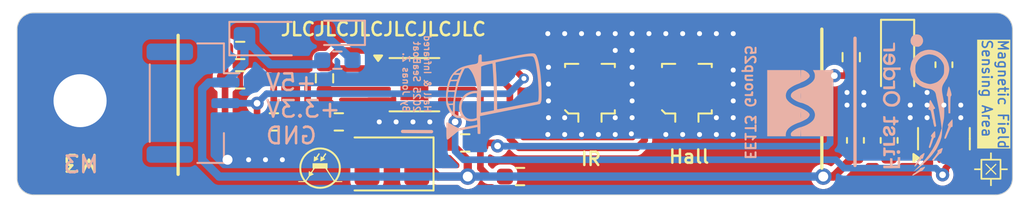
<source format=kicad_pcb>
(kicad_pcb (version 20241229) (generator "pcbnew") (generator_version "9.0")
  (layers (0 "F.Cu" signal) (2 "B.Cu" signal) (13 "F.Paste" user) (15 "B.Paste" user) (5 "F.SilkS" user "F.Silkscreen") (7 "B.SilkS" user "B.Silkscreen") (1 "F.Mask" user) (3 "B.Mask" user) (25 "Edge.Cuts" user))
  (net 0 "")
  (net 1 "+5V")
  (net 2 "GND")
  (net 3 "Hall I{slash}O")
  (net 4 "IR I{slash}O")
  (net 5 "+3.3V")
  (net 6 "Net-(Q1-E)")
  (net 7 "Net-(U1-OUTPUT)")
  (net 8 "Net-(U2A-+)")
  (net 9 "Net-(U2A--)")
  (net 10 "Net-(U2B--)")
  (net 11 "Net-(D2-A)")
  (footprint "Connector_Coaxial:U.FL_Molex_MCRF_73412-0110_Vertical" (layer "F.Cu") (at 57.924 36.224 180)
    (property "Reference" "J3" (hide yes))
    (property "Value" "Conn_01x02_Socket" (hide yes))
    (pad "1" smd roundrect (at 0 1.5) (size 1 1) (layers "F.Cu" "F.Mask" "F.Paste") (roundrect_rratio 0.1) (net 4 "IR I{slash}O"))
    (pad "2" smd roundrect (at -1.475 0) (size 1.05 2.2) (layers "F.Cu" "F.Mask" "F.Paste") (roundrect_rratio 0.1) (net 2 "GND"))
    (pad "2" smd roundrect (at 0 -1.5) (size 1 1) (layers "F.Cu" "F.Mask" "F.Paste") (roundrect_rratio 0.1) (net 2 "GND"))
    (pad "2" smd roundrect (at 1.475 0) (size 1.05 2.2) (layers "F.Cu" "F.Mask" "F.Paste") (roundrect_rratio 0.1) (net 2 "GND"))
  )
  (footprint "Resistor_SMD:R_0603_1608Metric_Pad0.98x0.95mm_HandSolder" (layer "F.Cu") (at 38.874 38.232 180)
    (property "Reference" "R7" (hide yes))
    (property "Value" "5.6k" (hide yes))
    (pad "1" smd roundrect (at -0.9125 0 180) (size 0.975 0.95) (layers "F.Cu" "F.Mask" "F.Paste") (net 9 "Net-(U2A--)"))
    (pad "2" smd roundrect (at 0.9125 0 180) (size 0.975 0.95) (layers "F.Cu" "F.Mask" "F.Paste") (net 5 "+3.3V"))
  )
  (footprint "Resistor_SMD:R_0603_1608Metric_Pad0.98x0.95mm_HandSolder" (layer "F.Cu") (at 42.7875 38.232 180)
    (property "Reference" "R8" (hide yes))
    (property "Value" "3k" (hide yes))
    (pad "1" smd roundrect (at -0.9125 0 180) (size 0.975 0.95) (layers "F.Cu" "F.Mask" "F.Paste") (net 2 "GND"))
    (pad "2" smd roundrect (at 0.9125 0 180) (size 0.975 0.95) (layers "F.Cu" "F.Mask" "F.Paste") (net 9 "Net-(U2A--)"))
  )
  (footprint "Resistor_SMD:R_0603_1608Metric_Pad0.98x0.95mm_HandSolder" (layer "F.Cu") (at 36.842 33.914)
    (property "Reference" "R3" (hide yes))
    (property "Value" "10k" (hide yes))
    (pad "1" smd roundrect (at -0.9125 0) (size 0.975 0.95) (layers "F.Cu" "F.Mask" "F.Paste") (net 6 "Net-(Q1-E)"))
    (pad "2" smd roundrect (at 0.9125 0) (size 0.975 0.95) (layers "F.Cu" "F.Mask" "F.Paste") (net 2 "GND"))
  )
  (footprint "Capacitor_SMD:C_0603_1608Metric_Pad1.08x0.95mm_HandSolder" (layer "F.Cu") (at 79.26 34.7765 -90)
    (property "Reference" "C4" (hide yes))
    (property "Value" "100n" (hide yes))
    (pad "1" smd roundrect (at -0.8625 0 270) (size 1.075 0.95) (layers "F.Cu" "F.Mask" "F.Paste") (net 3 "Hall I{slash}O"))
    (pad "2" smd roundrect (at 0.8625 0 270) (size 1.075 0.95) (layers "F.Cu" "F.Mask" "F.Paste") (net 2 "GND"))
  )
  (footprint "Resistor_SMD:R_0603_1608Metric_Pad0.98x0.95mm_HandSolder" (layer "F.Cu") (at 41.92433 35.596379 90)
    (property "Reference" "R6" (hide yes))
    (property "Value" "66k" (hide yes))
    (pad "1" smd roundrect (at -0.9125 0 90) (size 0.975 0.95) (layers "F.Cu" "F.Mask" "F.Paste") (net 8 "Net-(U2A-+)"))
    (pad "2" smd roundrect (at 0.9125 0 90) (size 0.975 0.95) (layers "F.Cu" "F.Mask" "F.Paste") (net 4 "IR I{slash}O"))
  )
  (footprint "Package_SO:MSOP-8-1EP_3x3mm_P0.65mm_EP1.68x1.88mm" (layer "F.Cu") (at 47.344 35.984)
    (property "Reference" "U2" (hide yes))
    (property "Value" "LTC6081xMS8" (hide yes))
    (pad "1" smd roundrect (at -2.15 -0.975) (size 1.45 0.4) (layers "F.Cu" "F.Mask" "F.Paste") (net 4 "IR I{slash}O"))
    (pad "2" smd roundrect (at -2.15 -0.325) (size 1.45 0.4) (layers "F.Cu" "F.Mask" "F.Paste") (net 9 "Net-(U2A--)"))
    (pad "3" smd roundrect (at -2.15 0.325) (size 1.45 0.4) (layers "F.Cu" "F.Mask" "F.Paste") (net 8 "Net-(U2A-+)"))
    (pad "4" smd roundrect (at -2.15 0.975) (size 1.45 0.4) (layers "F.Cu" "F.Mask" "F.Paste") (net 2 "GND"))
    (pad "5" smd roundrect (at 2.15 0.975) (size 1.45 0.4) (layers "F.Cu" "F.Mask" "F.Paste") (net 7 "Net-(U1-OUTPUT)"))
    (pad "6" smd roundrect (at 2.15 0.325) (size 1.45 0.4) (layers "F.Cu" "F.Mask" "F.Paste") (net 10 "Net-(U2B--)"))
    (pad "7" smd roundrect (at 2.15 -0.325) (size 1.45 0.4) (layers "F.Cu" "F.Mask" "F.Paste") (net 3 "Hall I{slash}O"))
    (pad "8" smd roundrect (at 2.15 -0.975) (size 1.45 0.4) (layers "F.Cu" "F.Mask" "F.Paste") (net 5 "+3.3V"))
    (pad "9" smd rect (at 0 0) (size 1.68 1.88) (property pad_prop_heatsink) (layers "F.Cu" "F.Mask"))
  )
  (footprint "Resistor_SMD:R_0603_1608Metric_Pad0.98x0.95mm_HandSolder" (layer "F.Cu") (at 73.672 34.3185 -90)
    (property "Reference" "R4" (hide yes))
    (property "Value" "8.2k" (hide yes))
    (pad "1" smd roundrect (at -0.9125 0 270) (size 0.975 0.95) (layers "F.Cu" "F.Mask" "F.Paste") (net 3 "Hall I{slash}O"))
    (pad "2" smd roundrect (at 0.9125 0 270) (size 0.975 0.95) (layers "F.Cu" "F.Mask" "F.Paste") (net 10 "Net-(U2B--)"))
  )
  (footprint "KiCad Lib:phototransistor" (layer "F.Cu") (at 41.668 41.026 -90)
    (property "Reference" "G***" (hide yes))
    (property "Value" "LOGO" (hide yes))
  )
  (footprint "Diode_SMD:D_SOD-123" (layer "F.Cu") (at 76.466 34.422 -90)
    (property "Reference" "D1" (hide yes))
    (property "Value" "D_Zener_Filled (3.3V)" (hide yes))
    (pad "1" smd roundrect (at -1.65 0 270) (size 0.9 1.2) (layers "F.Cu" "F.Mask" "F.Paste") (net 3 "Hall I{slash}O"))
    (pad "2" smd roundrect (at 1.65 0 270) (size 0.9 1.2) (layers "F.Cu" "F.Mask" "F.Paste") (net 2 "GND"))
  )
  (footprint "Capacitor_SMD:C_0603_1608Metric_Pad1.08x0.95mm_HandSolder" (layer "F.Cu") (at 75.958 39.3485 90)
    (property "Reference" "C2" (hide yes))
    (property "Value" "100n" (hide yes))
    (pad "1" smd roundrect (at -0.8625 0 90) (size 1.075 0.95) (layers "F.Cu" "F.Mask" "F.Paste") (net 1 "+5V"))
    (pad "2" smd roundrect (at 0.8625 0 90) (size 1.075 0.95) (layers "F.Cu" "F.Mask" "F.Paste") (net 2 "GND"))
  )
  (footprint "MountingHole:MountingHole_3.2mm_M3_DIN965_Pad" (layer "F.Cu") (at 27.19 36.95)
    (property "Reference" "H1" (hide yes))
    (property "Value" "MountingHole_Pad" (hide yes))
    (pad "1" thru_hole circle (at 0 0) (size 5.6 5.6) (drill 3.2) (layers "*.Cu" "*.Mask") (net 2 "GND"))
  )
  (footprint "Resistor_SMD:R_0603_1608Metric_Pad0.98x0.95mm_HandSolder" (layer "F.Cu") (at 50.4075 39.502 180)
    (property "Reference" "R1" (hide yes))
    (property "Value" "5.1k" (hide yes))
    (pad "1" smd roundrect (at -0.9125 0 180) (size 0.975 0.95) (layers "F.Cu" "F.Mask" "F.Paste") (net 10 "Net-(U2B--)"))
    (pad "2" smd roundrect (at 0.9125 0 180) (size 0.975 0.95) (layers "F.Cu" "F.Mask" "F.Paste") (net 1 "+5V"))
  )
  (footprint "Package_TO_SOT_SMD:SOT-23" (layer "F.Cu") (at 79.26 39.248 90)
    (property "Reference" "U1" (hide yes))
    (property "Value" "SS49E" (hide yes))
    (pad "1" smd roundrect (at -0.9375 -0.95 90) (size 1.475 0.6) (layers "F.Cu" "F.Mask" "F.Paste") (net 1 "+5V"))
    (pad "2" smd roundrect (at -0.9375 0.95 90) (size 1.475 0.6) (layers "F.Cu" "F.Mask" "F.Paste") (net 7 "Net-(U1-OUTPUT)"))
    (pad "3" smd roundrect (at 0.9375 0 90) (size 1.475 0.6) (layers "F.Cu" "F.Mask" "F.Paste") (net 2 "GND"))
  )
  (footprint "Resistor_SMD:R_0603_1608Metric_Pad0.98x0.95mm_HandSolder" (layer "F.Cu") (at 36.842 35.692)
    (property "Reference" "R5" (hide yes))
    (property "Value" "3k" (hide yes))
    (pad "1" smd roundrect (at -0.9125 0) (size 0.975 0.95) (layers "F.Cu" "F.Mask" "F.Paste") (net 6 "Net-(Q1-E)"))
    (pad "2" smd roundrect (at 0.9125 0) (size 0.975 0.95) (layers "F.Cu" "F.Mask" "F.Paste") (net 8 "Net-(U2A-+)"))
  )
  (footprint "Capacitor_SMD:C_0603_1608Metric_Pad1.08x0.95mm_HandSolder" (layer "F.Cu") (at 73.926 39.3485 90)
    (property "Reference" "C1" (hide yes))
    (property "Value" "10u" (hide yes))
    (pad "1" smd roundrect (at -0.8625 0 90) (size 1.075 0.95) (layers "F.Cu" "F.Mask" "F.Paste") (net 1 "+5V"))
    (pad "2" smd roundrect (at 0.8625 0 90) (size 1.075 0.95) (layers "F.Cu" "F.Mask" "F.Paste") (net 2 "GND"))
  )
  (footprint "Resistor_SMD:R_0603_1608Metric_Pad0.98x0.95mm_HandSolder" (layer "F.Cu") (at 53.7095 41.534 180)
    (property "Reference" "R2" (hide yes))
    (property "Value" "5.1k" (hide yes))
    (pad "1" smd roundrect (at -0.9125 0 180) (size 0.975 0.95) (layers "F.Cu" "F.Mask" "F.Paste") (net 2 "GND"))
    (pad "2" smd roundrect (at 0.9125 0 180) (size 0.975 0.95) (layers "F.Cu" "F.Mask" "F.Paste") (net 10 "Net-(U2B--)"))
  )
  (footprint "Connector_Coaxial:U.FL_Molex_MCRF_73412-0110_Vertical" (layer "F.Cu") (at 63.766 36.224 180)
    (property "Reference" "J2" (hide yes))
    (property "Value" "Conn_01x02_Socket" (hide yes))
    (pad "1" smd roundrect (at 0 1.5) (size 1 1) (layers "F.Cu" "F.Mask" "F.Paste") (roundrect_rratio 0.1) (net 3 "Hall I{slash}O"))
    (pad "2" smd roundrect (at -1.475 0) (size 1.05 2.2) (layers "F.Cu" "F.Mask" "F.Paste") (roundrect_rratio 0.1) (net 2 "GND"))
    (pad "2" smd roundrect (at 0 -1.5) (size 1 1) (layers "F.Cu" "F.Mask" "F.Paste") (roundrect_rratio 0.1) (net 2 "GND"))
    (pad "2" smd roundrect (at 1.475 0) (size 1.05 2.2) (layers "F.Cu" "F.Mask" "F.Paste") (roundrect_rratio 0.1) (net 2 "GND"))
  )
  (footprint "KiCad Lib:hall_sensor" (layer "F.Cu") (at 82.1 41.1)
    (property "Reference" "G***" (hide yes))
    (property "Value" "LOGO" (hide yes))
  )
  (footprint "LED_SMD:LED_PLCC-2_3.4x3.0mm_KA" (layer "F.Cu") (at 45.986 40.772 180)
    (property "Reference" "Q1" (hide yes))
    (property "Value" "SFH320" (hide yes))
    (pad "1" smd roundrect (at -1.5 0 180) (size 1.5 2.6) (layers "F.Cu" "F.Mask" "F.Paste") (roundrect_rratio 0.1666666667) (net 1 "+5V"))
    (pad "2" smd roundrect (at 1.5 0 180) (size 1.5 2.6) (layers "F.Cu" "F.Mask" "F.Paste") (roundrect_rratio 0.1666666667) (net 6 "Net-(Q1-E)"))
  )
  (footprint "Connector_JST:JST_GH_BM03B-GHS-TBT_1x03-1MP_P1.25mm_Vertical" (layer "B.Cu") (at 34 37.1 -90)
    (property "Reference" "J1" (hide yes))
    (property "Value" "Conn_01x03_Socket" (hide yes))
    (pad "1" smd roundrect (at -1.25 -1.95 270) (size 0.6 1.7) (layers "B.Cu" "B.Mask" "B.Paste") (net 1 "+5V"))
    (pad "2" smd roundrect (at 0 -1.95 270) (size 0.6 1.7) (layers "B.Cu" "B.Mask" "B.Paste") (net 5 "+3.3V"))
    (pad "3" smd roundrect (at 1.25 -1.95 270) (size 0.6 1.7) (layers "B.Cu" "B.Mask" "B.Paste") (net 2 "GND"))
    (pad "MP" smd roundrect (at -3.1 1.4 270) (size 1 2.8) (layers "B.Cu" "B.Mask" "B.Paste"))
    (pad "MP" smd roundrect (at 3.1 1.4 270) (size 1 2.8) (layers "B.Cu" "B.Mask" "B.Paste"))
  )
  (footprint "Diode_SMD:D_SMF" (layer "B.Cu") (at 38.55 33.2)
    (property "Reference" "D9" (hide yes))
    (property "Value" "SMF5V0A" (hide yes))
    (pad "1" smd roundrect (at -1.45 0) (size 1.3 1.4) (layers "B.Cu" "B.Mask" "B.Paste") (roundrect_rratio 0.1923076923) (net 1 "+5V"))
    (pad "2" smd roundrect (at 1.45 0) (size 1.3 1.4) (layers "B.Cu" "B.Mask" "B.Paste") (roundrect_rratio 0.1923076923) (net 2 "GND"))
  )
  (footprint "LOGO" (layer "B.Cu") (at 77.8 37.2 90)
    (property "Reference" "G***" (hide yes))
    (property "Value" "LOGO" (hide yes))
  )
  (footprint "Resistor_SMD:R_0603_1608Metric_Pad0.98x0.95mm_HandSolder" (layer "B.Cu") (at 42.7 34.5)
    (property "Reference" "R9" (hide yes))
    (property "Value" "R")
    (pad "1" smd roundrect (at -0.9125 0) (size 0.975 0.95) (layers "B.Cu" "B.Mask" "B.Paste") (net 1 "+5V"))
    (pad "2" smd roundrect (at 0.9125 0) (size 0.975 0.95) (layers "B.Cu" "B.Mask" "B.Paste") (net 11 "Net-(D2-A)"))
  )
  (footprint "LOGO" (layer "B.Cu") (at 52.03728 36.84438 90)
    (property "Reference" "G***" (hide yes))
    (property "Value" "LOGO" (hide yes))
  )
  (footprint "LED_SMD:LED_0603_1608Metric_Pad1.05x0.95mm_HandSolder" (layer "B.Cu") (at 42.7 32.85 180)
    (property "Reference" "D2" (hide yes))
    (property "Value" "LED")
    (pad "1" smd roundrect (at -0.875 0 180) (size 1.05 0.95) (layers "B.Cu" "B.Mask" "B.Paste") (net 2 "GND"))
    (pad "2" smd roundrect (at 0.875 0 180) (size 1.05 0.95) (layers "B.Cu" "B.Mask" "B.Paste") (net 11 "Net-(D2-A)"))
  )
  (footprint "LOGO" (layer "B.Cu") (at 70.6 37.1 -90)
    (property "Reference" "G***" (hide yes))
    (property "Value" "LOGO" (hide yes))
  )
  (gr_line (start 33.1 33) (end 33.1 41.4) (stroke (width 0.2)) (layer "F.SilkS"))
  (gr_line (start 71.9 32.626) (end 71.9 41.026) (stroke (width 0.2)) (layer "F.SilkS"))
  (gr_line (start 73.9 33.175) (end 73.9 40.864737) (stroke (width 0.2)) (layer "B.SilkS"))
  (gr_line (start 46.629288 38.807511) (end 48.374578 38.820661) (stroke (width 0.2)) (layer "B.SilkS"))
  (gr_arc (start 24.394 42.638) (mid 23.686893 42.345107) (end 23.394 41.638) (stroke (width 0.05)) (layer "Edge.Cuts"))
  (gr_line (start 23.394 41.638) (end 23.394 32.638) (stroke (width 0.05)) (layer "Edge.Cuts"))
  (gr_arc (start 82.394 31.638) (mid 83.101107 31.930893) (end 83.394 32.638) (stroke (width 0.05)) (layer "Edge.Cuts"))
  (gr_line (start 82.394 42.638) (end 24.394 42.638) (stroke (width 0.05)) (layer "Edge.Cuts"))
  (gr_arc (start 83.394 41.638) (mid 83.101107 42.345107) (end 82.394 42.638) (stroke (width 0.05)) (layer "Edge.Cuts"))
  (gr_line (start 24.394 31.638) (end 82.394 31.638) (stroke (width 0.05)) (layer "Edge.Cuts"))
  (gr_line (start 83.394 32.638) (end 83.394 41.638) (stroke (width 0.05)) (layer "Edge.Cuts"))
  (gr_arc (start 23.394 32.638) (mid 23.686893 31.930893) (end 24.394 31.638) (stroke (width 0.05)) (layer "Edge.Cuts"))
  (gr_text "JLCJLCJLCJLCJLCJLC" (at 39.2 33.1 0) (layer "F.SilkS") (effects (font (size 0.8 0.8)) (justify left bottom)))
  (gr_text "Hall" (at 62.6 40.8 0) (layer "F.SilkS") (effects (font (size 0.8 0.8)) (justify left bottom)))
  (gr_text "Magnetic Field \nSensing Area" (at 81.5 33.2 270) (layer "F.SilkS" knockout) (effects (font (size 0.6 0.6) (thickness 0.1) (bold yes)) (justify left bottom)))
  (gr_text "M3\n" (at 26.1 40.1 180) (layer "F.SilkS") (effects (font (size 1 1)) (justify right bottom)))
  (gr_text "IR" (at 57.294 40.938 0) (layer "F.SilkS") (effects (font (size 0.8 0.8)) (justify left bottom)))
  (gr_text "+5V\n+3.3V\nGND" (at 38.3 39.65 0) (layer "B.SilkS") (effects (font (size 1 1)) (justify right bottom mirror)))
  (gr_text "EE1T3 Group25" (at 67.225 40.575 270) (layer "B.SilkS") (effects (font (size 0.6 0.6) (thickness 0.12) (bold yes)) (justify left bottom mirror)))
  (gr_text "M3\n" (at 26.1 41.4 0) (layer "B.SilkS") (effects (font (size 1 1)) (justify right bottom mirror)))
  (gr_text "Hall & Infrared\n2025 SeaBoat\nBy Jonas Z." (at 46.6 37.7 270) (layer "B.SilkS") (effects (font (size 0.4 0.4) (thickness 0.08) (bold yes)) (justify left bottom mirror)))
  (segment (start 72.603 41.534) (end 73.926 40.211) (width 0.5) (layer "F.Cu") (net 1))
  (segment (start 71.986707 41.534) (end 72.603 41.534) (width 0.5) (layer "F.Cu") (net 1))
  (segment (start 50.558 40.565) (end 49.495 39.502) (width 0.5) (layer "F.Cu") (net 1))
  (segment (start 75.958 40.211) (end 78.2845 40.211) (width 0.5) (layer "F.Cu") (net 1))
  (segment (start 50.558 41.534) (end 50.558 40.565) (width 0.5) (layer "F.Cu") (net 1))
  (segment (start 50.558 41.534) (end 48.756 41.534) (width 0.5) (layer "F.Cu") (net 1))
  (segment (start 73.926 40.211) (end 75.958 40.211) (width 0.5) (layer "F.Cu") (net 1))
  (segment (start 78.2845 40.211) (end 78.31 40.1855) (width 0.5) (layer "F.Cu") (net 1))
  (segment (start 48.756 41.534) (end 47.74 40.518) (width 0.5) (layer "F.Cu") (net 1))
  (via (at 71.986707 41.534) (size 1) (drill 0.6) (layers "F.Cu" "B.Cu") (net 1))
  (via (at 50.558 41.534) (size 1) (drill 0.6) (layers "F.Cu" "B.Cu") (net 1))
  (segment (start 34.55 40.512) (end 34.55 36.2514) (width 0.5) (layer "B.Cu") (net 1))
  (segment (start 34.55 36.2514) (end 34.9514 35.85) (width 0.5) (layer "B.Cu") (net 1))
  (segment (start 34.9514 35.85) (end 35.95 35.85) (width 0.5) (layer "B.Cu") (net 1))
  (segment (start 35.572 41.534) (end 34.55 40.512) (width 0.5) (layer "B.Cu") (net 1))
  (segment (start 37.1 34.7) (end 37.1 33.2) (width 0.5) (layer "B.Cu") (net 1))
  (segment (start 35.95 35.85) (end 37.1 34.7) (width 0.5) (layer "B.Cu") (net 1))
  (segment (start 37.1 33.2) (end 38.65 34.75) (width 0.5) (layer "B.Cu") (net 1))
  (segment (start 35.95 35.85) (end 35.9775 35.8225) (width 0.5) (layer "B.Cu") (net 1))
  (segment (start 41.5375 34.75) (end 41.7875 34.5) (width 0.5) (layer "B.Cu") (net 1))
  (segment (start 38.65 34.75) (end 41.5375 34.75) (width 0.5) (layer "B.Cu") (net 1))
  (segment (start 50.558 41.534) (end 35.572 41.534) (width 0.5) (layer "B.Cu") (net 1))
  (segment (start 71.986707 41.534) (end 50.558 41.534) (width 0.5) (layer "B.Cu") (net 1))
  (via (at 48.272 38.232) (size 0.6) (drill 0.3) (layers "F.Cu" "B.Cu") (net 2))
  (via (at 78.244 37.216) (size 0.6) (drill 0.3) (layers "F.Cu" "B.Cu") (net 2))
  (via (at 66.56 35.1) (size 0.6) (drill 0.3) (layers "F.Cu" "B.Cu") (net 2))
  (via (at 79.26 37.216) (size 0.6) (drill 0.3) (layers "F.Cu" "B.Cu") (net 2))
  (via (at 46.24 38.232) (size 0.6) (drill 0.3) (layers "F.Cu" "B.Cu") (net 2))
  (via (at 78.244 37.978) (size 0.6) (drill 0.3) (layers "F.Cu" "B.Cu") (net 2))
  (via (at 60.464 32.898) (size 0.6) (drill 0.3) (layers "F.Cu" "B.Cu") (net 2))
  (via (at 59.448 32.898) (size 0.6) (drill 0.3) (layers "F.Cu" "B.Cu") (net 2))
  (via (at 64.528 38.994) (size 0.6) (drill 0.3) (layers "F.Cu" "B.Cu") (net 2))
  (via (at 66.56 37.978) (size 0.6) (drill 0.3) (layers "F.Cu" "B.Cu") (net 2))
  (via (at 74.434 36.454) (size 0.6) (drill 0.3) (layers "F.Cu" "B.Cu") (net 2))
  (via (at 60.420235 38.951235) (size 0.6) (drill 0.3) (layers "F.Cu" "B.Cu") (net 2))
  (via (at 74.434 37.216) (size 0.6) (drill 0.3) (layers "F.Cu" "B.Cu") (net 2))
  (via (at 77.228 37.978) (size 0.6) (drill 0.3) (layers "F.Cu" "B.Cu") (net 2))
  (via (at 73.418 36.454) (size 0.6) (drill 0.3) (layers "F.Cu" "B.Cu") (net 2))
  (via (at 39.382 40.518) (size 0.6) (drill 0.3) (layers "F.Cu" "B.Cu") (net 2))
  (via (at 73.418 37.216) (size 0.6) (drill 0.3) (layers "F.Cu" "B.Cu") (net 2))
  (via (at 57.416 38.994) (size 0.6) (drill 0.3) (layers "F.Cu" "B.Cu") (net 2))
  (via (at 59.448 33.914) (size 0.6) (drill 0.3) (layers "F.Cu" "B.Cu") (net 2))
  (via (at 60.464 34.93) (size 0.6) (drill 0.3) (layers "F.Cu" "B.Cu") (net 2))
  (via (at 66.56 38.994) (size 0.6) (drill 0.3) (layers "F.Cu" "B.Cu") (net 2))
  (via (at 65.544 32.898) (size 0.6) (drill 0.3) (layers "F.Cu" "B.Cu") (net 2))
  (via (at 60.464 35.946) (size 0.6) (drill 0.3) (layers "F.Cu" "B.Cu") (net 2))
  (via (at 64.528 32.898) (size 0.6) (drill 0.3) (layers "F.Cu" "B.Cu") (net 2))
  (via (at 60.464 37.978) (size 0.6) (drill 0.3) (layers "F.Cu" "B.Cu") (net 2))
  (via (at 38.366 40.518) (size 0.6) (drill 0.3) (layers "F.Cu" "B.Cu") (net 2))
  (via (at 37.35 40.518) (size 0.6) (drill 0.3) (layers "F.Cu" "B.Cu") (net 2))
  (via (at 36.08 40.518) (size 1) (drill 0.6) (layers "F.Cu" "B.Cu") (net 2))
  (via (at 63.512 38.994) (size 0.6) (drill 0.3) (layers "F.Cu" "B.Cu") (net 2))
  (via (at 55.384 38.994) (size 0.6) (drill 0.3) (layers "F.Cu" "B.Cu") (net 2))
  (via (at 62.496 38.994) (size 0.6) (drill 0.3) (layers "F.Cu" "B.Cu") (net 2))
  (via (at 66.56 35.946) (size 0.6) (drill 0.3) (layers "F.Cu" "B.Cu") (net 2))
  (via (at 66.56 32.898) (size 0.6) (drill 0.3) (layers "F.Cu" "B.Cu") (net 2))
  (via (at 77.228 37.216) (size 0.6) (drill 0.3) (layers "F.Cu" "B.Cu") (net 2))
  (via (at 80.276 37.978) (size 0.6) (drill 0.3) (layers "F.Cu" "B.Cu") (net 2))
  (via (at 65.544 38.994) (size 0.6) (drill 0.3) (layers "F.Cu" "B.Cu") (net 2))
  (via (at 65.544 37.978) (size 0.6) (drill 0.3) (layers "F.Cu" "B.Cu") (net 2))
  (via (at 60.464 36.962) (size 0.6) (drill 0.3) (layers "F.Cu" "B.Cu") (net 2))
  (via (at 80.276 37.216) (size 0.6) (drill 0.3) (layers "F.Cu" "B.Cu") (net 2))
  (via (at 59.448 38.994) (size 0.6) (drill 0.3) (layers "F.Cu" "B.Cu") (net 2))
  (via (at 59.448 37.978) (size 0.6) (drill 0.3) (layers "F.Cu" "B.Cu") (net 2))
  (via (at 66.56 36.962) (size 0.6) (drill 0.3) (layers "F.Cu" "B.Cu") (net 2))
  (via (at 47.256 38.232) (size 0.6) (drill 0.3) (layers "F.Cu" "B.Cu") (net 2))
  (via (at 55.424 36.962) (size 0.6) (drill 0.3) (layers "F.Cu" "B.Cu") (net 2))
  (via (at 58.432 38.994) (size 0.6) (drill 0.3) (layers "F.Cu" "B.Cu") (net 2))
  (via (at 63.512 32.898) (size 0.6) (drill 0.3) (layers "F.Cu" "B.Cu") (net 2))
  (via (at 62.496 32.898) (size 0.6) (drill 0.3) (layers "F.Cu" "B.Cu") (net 2))
  (via (at 55.424 35.946) (size 0.6) (drill 0.3) (layers "F.Cu" "B.Cu") (net 2))
  (via (at 56.4 37.978) (size 0.6) (drill 0.3) (layers "F.Cu" "B.Cu") (net 2))
  (via (at 56.4 38.994) (size 0.6) (drill 0.3) (layers "F.Cu" "B.Cu") (net 2))
  (via (at 56.4 32.898) (size 0.6) (drill 0.3) (layers "F.Cu" "B.Cu") (net 2))
  (via (at 60.464 33.914) (size 0.6) (drill 0.3) (layers "F.Cu" "B.Cu") (net 2))
  (via (at 55.424 37.978) (size 0.6) (drill 0.3) (layers "F.Cu" "B.Cu") (net 2))
  (via (at 57.416 32.898) (size 0.6) (drill 0.3) (layers "F.Cu" "B.Cu") (net 2))
  (via (at 78.244 36.454) (size 0.6) (drill 0.3) (layers "F.Cu" "B.Cu") (net 2))
  (via (at 58.432 32.898) (size 0.6) (drill 0.3) (layers "F.Cu" "B.Cu") (net 2))
  (via (at 55.384 32.898) (size 0.6) (drill 0.3) (layers "F.Cu" "B.Cu") (net 2))
  (via (at 55.424 34.93) (size 0.6) (drill 0.3) (layers "F.Cu" "B.Cu") (net 2))
  (via (at 61.48 32.898) (size 0.6) (drill 0.3) (layers "F.Cu" "B.Cu") (net 2))
  (via (at 45.224 38.232) (size 0.6) (drill 0.3) (layers "F.Cu" "B.Cu") (net 2))
  (segment (start 73.672 33.406) (end 73.926 33.406) (width 0.4) (layer "F.Cu") (net 3))
  (segment (start 61.226 34.422) (end 61.226 39.325294) (width 0.4) (layer "F.Cu") (net 3))
  (segment (start 73.672 33.406) (end 73.418 33.66) (width 0.4) (layer "F.Cu") (net 3))
  (segment (start 78.118 32.772) (end 79.26 33.914) (width 0.4) (layer "F.Cu") (net 3))
  (segment (start 74.56 32.772) (end 76.466 32.772) (width 0.4) (layer "F.Cu") (net 3))
  (segment (start 73.926 33.406) (end 74.56 32.772) (width 0.4) (layer "F.Cu") (net 3))
  (segment (start 61.988 33.66) (end 61.226 34.422) (width 0.4) (layer "F.Cu") (net 3))
  (segment (start 60.751294 39.8) (end 53.65 39.8) (width 0.4) (layer "F.Cu") (net 3))
  (segment (start 76.466 32.772) (end 78.118 32.772) (width 0.4) (layer "F.Cu") (net 3))
  (segment (start 53.098 39.248) (end 53.098 36.2) (width 0.4) (layer "F.Cu") (net 3))
  (segment (start 61.226 39.325294) (end 60.751294 39.8) (width 0.4) (layer "F.Cu") (net 3))
  (segment (start 53.65 39.8) (end 53.098 39.248) (width 0.4) (layer "F.Cu") (net 3))
  (segment (start 78.874 34.3) (end 64.19 34.3) (width 0.4) (layer "F.Cu") (net 3))
  (segment (start 52.557 35.659) (end 49.494 35.659) (width 0.4) (layer "F.Cu") (net 3))
  (segment (start 73.418 33.66) (end 61.988 33.66) (width 0.4) (layer "F.Cu") (net 3))
  (segment (start 64.19 34.3) (end 63.766 34.724) (width 0.4) (layer "F.Cu") (net 3))
  (segment (start 53.098 36.2) (end 52.557 35.659) (width 0.4) (layer "F.Cu") (net 3))
  (segment (start 79.26 33.914) (end 78.874 34.3) (width 0.4) (layer "F.Cu") (net 3))
  (segment (start 42.684 33.914) (end 57.114 33.914) (width 0.4) (layer "F.Cu") (net 4))
  (segment (start 42.509 35.009) (end 45.194 35.009) (width 0.4) (layer "F.Cu") (net 4))
  (segment (start 42.176 34.676) (end 42.509 35.009) (width 0.4) (layer "F.Cu") (net 4))
  (segment (start 41.922 34.676) (end 42.176 34.676) (width 0.4) (layer "F.Cu") (net 4))
  (segment (start 41.922 34.676) (end 42.684 33.914) (width 0.4) (layer "F.Cu") (net 4))
  (segment (start 57.114 33.914) (end 57.924 34.724) (width 0.4) (layer "F.Cu") (net 4))
  (segment (start 53.944 35.608) (end 53.345 35.009) (width 0.4) (layer "F.Cu") (net 5))
  (segment (start 37.858 38.1285) (end 37.9615 38.232) (width 0.4) (layer "F.Cu") (net 5))
  (segment (start 53.345 35.009) (end 49.494 35.009) (width 0.4) (layer "F.Cu") (net 5))
  (segment (start 37.858 37.106364) (end 37.858 38.1285) (width 0.4) (layer "F.Cu") (net 5))
  (via (at 37.858 37.106364) (size 0.8) (drill 0.4) (layers "F.Cu" "B.Cu") (net 5))
  (via (at 53.944 35.608) (size 0.6) (drill 0.3) (layers "F.Cu" "B.Cu") (net 5))
  (segment (start 37.858 37.106364) (end 36.906364 37.106364) (width 0.4) (layer "B.Cu") (net 5))
  (segment (start 36.9 37.1) (end 35.95 37.1) (width 0.4) (layer "B.Cu") (net 5))
  (segment (start 38.436364 36.528) (end 37.858 37.106364) (width 0.4) (layer "B.Cu") (net 5))
  (segment (start 36.906364 37.106364) (end 36.9 37.1) (width 0.4) (layer "B.Cu") (net 5))
  (segment (start 53.024 36.528) (end 38.436364 36.528) (width 0.4) (layer "B.Cu") (net 5))
  (segment (start 53.944 35.608) (end 53.024 36.528) (width 0.4) (layer "B.Cu") (net 5))
  (segment (start 35.9295 35.692) (end 35.9295 39.0975) (width 0.4) (layer "F.Cu") (net 6))
  (segment (start 35.9295 33.914) (end 35.9295 35.692) (width 0.4) (layer "F.Cu") (net 6))
  (segment (start 43.47 39.756) (end 44.486 40.772) (width 0.4) (layer "F.Cu") (net 6))
  (segment (start 35.9295 39.0975) (end 36.588 39.756) (width 0.4) (layer "F.Cu") (net 6))
  (segment (start 44.97 40.518) (end 44.74 40.518) (width 0.2) (layer "F.Cu") (net 6))
  (segment (start 36.588 39.756) (end 43.47 39.756) (width 0.4) (layer "F.Cu") (net 6))
  (segment (start 49.796 37.261) (end 49.494 36.959) (width 0.4) (layer "F.Cu") (net 7))
  (segment (start 79.3695 41.026) (end 80.21 40.1855) (width 0.4) (layer "F.Cu") (net 7))
  (segment (start 49.796 38.232) (end 49.796 37.261) (width 0.4) (layer "F.Cu") (net 7))
  (segment (start 79.177667 41.429262) (end 79.3695 41.237429) (width 0.4) (layer "F.Cu") (net 7))
  (segment (start 79.3695 41.237429) (end 79.3695 41.026) (width 0.4) (layer "F.Cu") (net 7))
  (via (at 79.177667 41.429262) (size 0.8) (drill 0.4) (layers "F.Cu" "B.Cu") (net 7))
  (via (at 49.796 38.232) (size 0.8) (drill 0.4) (layers "F.Cu" "B.Cu") (net 7))
  (segment (start 72.743943 40.518) (end 50.304 40.518) (width 0.4) (layer "B.Cu") (net 7))
  (segment (start 50.304 40.518) (end 49.796 40.01) (width 0.4) (layer "B.Cu") (net 7))
  (segment (start 78.774405 41.026) (end 73.251943 41.026) (width 0.4) (layer "B.Cu") (net 7))
  (segment (start 79.177667 41.429262) (end 78.774405 41.026) (width 0.4) (layer "B.Cu") (net 7))
  (segment (start 73.251943 41.026) (end 72.743943 40.518) (width 0.4) (layer "B.Cu") (net 7))
  (segment (start 49.796 40.01) (end 49.796 38.232) (width 0.4) (layer "B.Cu") (net 7))
  (segment (start 41.922 36.708) (end 42.781262 37.567262) (width 0.4) (layer "F.Cu") (net 8))
  (segment (start 42.439698 39.138162) (end 41.173226 39.138162) (width 0.4) (layer "F.Cu") (net 8))
  (segment (start 42.781262 37.567262) (end 42.781262 38.796598) (width 0.4) (layer "F.Cu") (net 8))
  (segment (start 42.114 36.309) (end 41.922 36.501) (width 0.4) (layer "F.Cu") (net 8))
  (segment (start 39.238162 39.138162) (end 38.866712 38.766712) (width 0.4) (layer "F.Cu") (net 8))
  (segment (start 38.866712 38.766712) (end 38.866712 35.938712) (width 0.4) (layer "F.Cu") (net 8))
  (segment (start 45.194 36.309) (end 42.114 36.309) (width 0.4) (layer "F.Cu") (net 8))
  (segment (start 38.866712 35.938712) (end 38.62 35.692) (width 0.4) (layer "F.Cu") (net 8))
  (segment (start 38.62 35.692) (end 37.7545 35.692) (width 0.4) (layer "F.Cu") (net 8))
  (segment (start 41.922 36.501) (end 41.922 36.708) (width 0.4) (layer "F.Cu") (net 8))
  (segment (start 42.781262 38.796598) (end 42.439698 39.138162) (width 0.4) (layer "F.Cu") (net 8))
  (segment (start 41.173226 39.138162) (end 39.238162 39.138162) (width 0.4) (layer "F.Cu") (net 8))
  (segment (start 41.969 36.454) (end 41.922 36.501) (width 0.4) (layer "F.Cu") (net 8))
  (segment (start 41.750326 35.613649) (end 45.148649 35.613649) (width 0.4) (layer "F.Cu") (net 9))
  (segment (start 40.906 37.216) (end 41.922 38.232) (width 0.4) (layer "F.Cu") (net 9))
  (segment (start 40.906 35.994) (end 40.906 37.216) (width 0.4) (layer "F.Cu") (net 9))
  (segment (start 45.148649 35.613649) (end 45.194 35.659) (width 0.4) (layer "F.Cu") (net 9))
  (segment (start 41.286351 35.613649) (end 40.906 35.994) (width 0.4) (layer "F.Cu") (net 9))
  (segment (start 41.922 38.232) (end 39.7865 38.232) (width 0.4) (layer "F.Cu") (net 9))
  (segment (start 41.750326 35.613649) (end 41.286351 35.613649) (width 0.4) (layer "F.Cu") (net 9))
  (segment (start 51.828 41.534) (end 52.797 41.534) (width 0.4) (layer "F.Cu") (net 10))
  (segment (start 51.32 39.502) (end 51.32 41.026) (width 0.4) (layer "F.Cu") (net 10))
  (segment (start 51.32 39.502) (end 51.32 36.708) (width 0.4) (layer "F.Cu") (net 10))
  (segment (start 51.32 41.026) (end 51.828 41.534) (width 0.4) (layer "F.Cu") (net 10))
  (segment (start 72.656 35.438) (end 73.465 35.438) (width 0.4) (layer "F.Cu") (net 10))
  (segment (start 52.174 39.502) (end 51.32 39.502) (width 0.4) (layer "F.Cu") (net 10))
  (segment (start 50.921 36.309) (end 49.494 36.309) (width 0.4) (layer "F.Cu") (net 10))
  (segment (start 51.32 36.708) (end 50.921 36.309) (width 0.4) (layer "F.Cu") (net 10))
  (segment (start 52.355732 39.683732) (end 52.174 39.502) (width 0.4) (layer "F.Cu") (net 10))
  (segment (start 73.465 35.438) (end 73.672 35.231) (width 0.4) (layer "F.Cu") (net 10))
  (via (at 52.355732 39.683732) (size 0.8) (drill 0.4) (layers "F.Cu" "B.Cu") (net 10))
  (via (at 72.656 35.438) (size 0.8) (drill 0.4) (layers "F.Cu" "B.Cu") (net 10))
  (segment (start 72.204 39.7) (end 72.402 39.502) (width 0.4) (layer "B.Cu") (net 10))
  (segment (start 52.791732 39.683732) (end 52.808 39.7) (width 0.4) (layer "B.Cu") (net 10))
  (segment (start 72.402 39.502) (end 72.402 35.692) (width 0.4) (layer "B.Cu") (net 10))
  (segment (start 72.402 35.692) (end 72.656 35.438) (width 0.4) (layer "B.Cu") (net 10))
  (segment (start 52.808 39.7) (end 72.204 39.7) (width 0.4) (layer "B.Cu") (net 10))
  (segment (start 52.355732 39.683732) (end 52.791732 39.683732) (width 0.4) (layer "B.Cu") (net 10))
  (segment (start 41.825 32.85) (end 43.6125 34.5) (width 0.508) (layer "B.Cu") (net 11))
  (zone (net 2) (net_name "GND") (layers "F.Cu" "B.Cu") (connect_pads yes (clearance 0.254)) (min_thickness 0.254) (fill yes (thermal_gap 0.5) (thermal_bridge_width 0.5))
    (polygon (pts (xy 22.618 30.866) (xy 22.364 42.804) (xy 84.086 43.058) (xy 84.086 30.866)))
  )
)
</source>
